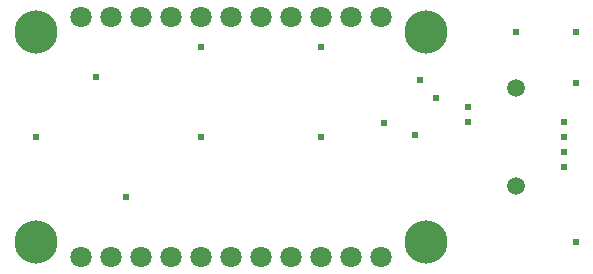
<source format=gbs>
G04*
G04 #@! TF.GenerationSoftware,Altium Limited,Altium Designer,25.9.0 (10)*
G04*
G04 Layer_Color=9720587*
%FSLAX44Y44*%
%MOMM*%
G71*
G04*
G04 #@! TF.SameCoordinates,A69B8269-B679-459B-B5DD-CBE35428100B*
G04*
G04*
G04 #@! TF.FilePolarity,Negative*
G04*
G01*
G75*
%ADD22C,1.8018*%
%ADD23C,3.6560*%
%ADD24C,1.5200*%
%ADD25C,0.6080*%
D22*
X317500Y12700D02*
D03*
X114300D02*
D03*
X63500Y215900D02*
D03*
Y12700D02*
D03*
X292100D02*
D03*
X190500D02*
D03*
X241300D02*
D03*
X88900Y215900D02*
D03*
X114300D02*
D03*
X139700D02*
D03*
X165100D02*
D03*
X190500D02*
D03*
X215900D02*
D03*
X241300D02*
D03*
X266700D02*
D03*
X292100D02*
D03*
X317500D02*
D03*
X88900Y12700D02*
D03*
X139700D02*
D03*
X165100D02*
D03*
X215900D02*
D03*
X266700D02*
D03*
D23*
X25400Y25400D02*
D03*
Y203200D02*
D03*
X355600Y25400D02*
D03*
Y203200D02*
D03*
D24*
X431800Y73000D02*
D03*
Y155600D02*
D03*
D25*
X482600Y203200D02*
D03*
X266700Y114300D02*
D03*
X165100D02*
D03*
X364490Y147320D02*
D03*
X472440Y88900D02*
D03*
Y101600D02*
D03*
Y114300D02*
D03*
Y127000D02*
D03*
X391160D02*
D03*
X320040Y125730D02*
D03*
X76200Y165100D02*
D03*
X431800Y203200D02*
D03*
X482600Y160020D02*
D03*
Y25400D02*
D03*
X101600Y63500D02*
D03*
X266700Y190500D02*
D03*
X165100D02*
D03*
X25400Y114300D02*
D03*
X391160Y139700D02*
D03*
X346710Y115570D02*
D03*
X350520Y162560D02*
D03*
M02*

</source>
